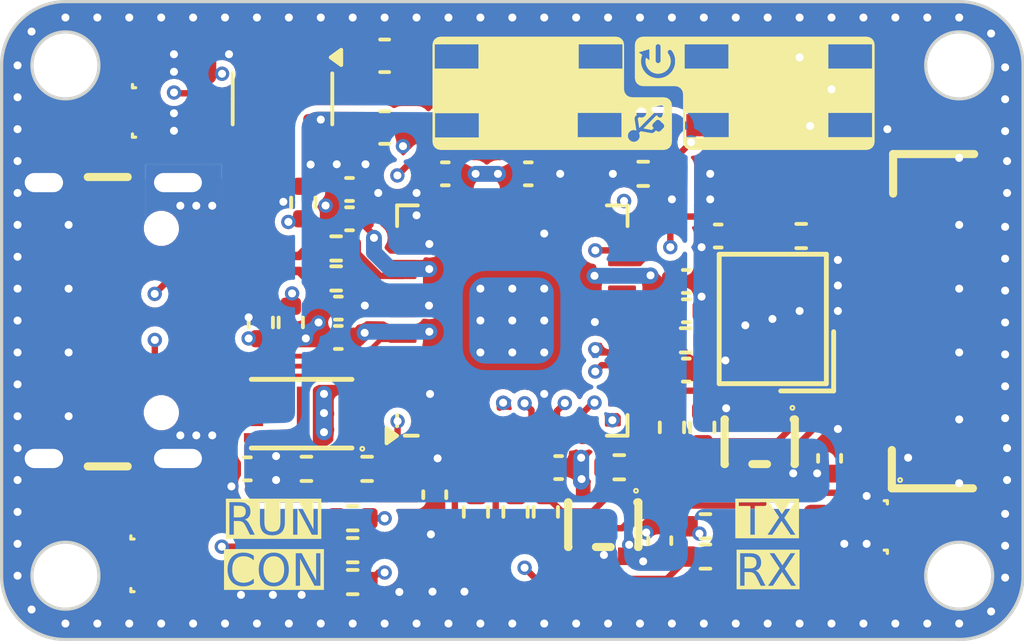
<source format=kicad_pcb>
(kicad_pcb (version 20240108) (generator "pcbnew") (generator_version "8.0")
  (title_block (title "RP2040-DebugProbe-0010") (date "2023-12-07") (rev "1.0") (company "(c) 2023 Andriy Golovnya") (comment 1 "RP2040 based Debug Probe") (comment 2 "Designed in Germany"))
  (layers (0 "F.Cu" signal) (1 "In1.Cu" power) (2 "In2.Cu" mixed) (31 "B.Cu" power) (34 "B.Paste" user) (35 "F.Paste" user) (36 "B.SilkS" user "B.Silkscreen") (37 "F.SilkS" user "F.Silkscreen") (38 "B.Mask" user) (39 "F.Mask" user) (44 "Edge.Cuts" user))
  (net 0 "")
  (net 1 "+3V3")
  (net 2 "GND")
  (net 3 "+1V1")
  (net 4 "+5V")
  (net 22 "/XIN")
  (net 23 "/XOUT")
  (net 24 "QSPI_SS")
  (net 25 "QSPI_SD3")
  (net 26 "QSPI_SD0")
  (net 27 "QSPI_SD2")
  (net 28 "QSPI_CLK")
  (net 29 "/CC2")
  (net 30 "/CC1")
  (net 33 "/ROUT")
  (net 34 "QSPI_SD1")
  (net 39 "USB_PORT_DN")
  (net 40 "USB_PORT_DP")
  (net 41 "BOOTSELECT")
  (net 42 "HOST_RESET")
  (net 43 "USB_HOST_DP")
  (net 44 "USB_HOST_DN")
  (net 46 "CLK_PORT")
  (net 47 "RESET_PORT")
  (net 48 "TX_PORT")
  (net 49 "RX_PORT")
  (net 50 "DIO_PORT")
  (net 51 "/RX")
  (net 52 "/DIO")
  (net 53 "GPIO4")
  (net 54 "GPIO6")
  (net 55 "GPIO14")
  (net 56 "GPIO12")
  (net 57 "GPIO10")
  (net 58 "GPIO8")
  (net 59 "GPIO5")
  (net 60 "GPIO16")
  (net 61 "GPIO13")
  (net 62 "GPIO2")
  (net 63 "GPIO7")
  (net 64 "GPIO15")
  (net 67 "/RX_LED")
  (net 68 "/TX_LED")
  (net 69 "/ACT_LED")
  (net 70 "/CON_LED")
  (net 71 "/RUN_LED")
  (net 72 "/PWR_LED")
  (footprint "Capacitor_SMD:C_0402_1005Metric" (layer "F.Cu") (at 139.62 116.9 90)
    (property "Reference" "C1" (hide yes))
    (property "Value" "100nF" (hide yes))
  )
  (footprint "Capacitor_SMD:C_0603_1608Metric" (layer "F.Cu") (at 131 101.7)
    (property "Reference" "C15" (hide yes))
    (property "Value" "22uF" (hide yes))
  )
  (footprint "Resistor_SMD:R_0402_1005Metric" (layer "F.Cu") (at 128.55 114.65)
    (property "Reference" "R20" (hide yes))
    (property "Value" "10k" (hide yes))
  )
  (footprint "Resistor_SMD:R_0402_1005Metric" (layer "F.Cu") (at 133.86 116 90)
    (property "Reference" "R15" (hide yes))
    (property "Value" "100R" (hide yes))
  )
  (footprint "Resistor_SMD:R_0402_1005Metric" (layer "F.Cu") (at 140 113.35 90)
    (property "Reference" "R16" (hide yes))
    (property "Value" "100R" (hide yes))
  )
  (footprint "Resistor_SMD:R_0402_1005Metric" (layer "F.Cu") (at 138.35 114.6 180)
    (property "Reference" "R17" (hide yes))
    (property "Value" "100R" (hide yes))
  )
  (footprint "Resistor_SMD:R_0402_1005Metric" (layer "F.Cu") (at 141.05 116.45)
    (property "Reference" "R2" (hide yes))
    (property "Value" "470" (hide yes))
  )
  (footprint "Capacitor_SMD:C_0402_1005Metric" (layer "F.Cu") (at 135.5 105.4 180)
    (property "Reference" "C3" (hide yes))
    (property "Value" "100nF" (hide yes))
  )
  (footprint "Resistor_SMD:R_0402_1005Metric" (layer "F.Cu") (at 127.12 110.06 90)
    (property "Reference" "R11" (hide yes))
    (property "Value" "5k1" (hide yes))
  )
  (footprint "Resistor_SMD:R_0402_1005Metric" (layer "F.Cu") (at 128.06 110.06 -90)
    (property "Reference" "R10" (hide yes))
    (property "Value" "5k1" (hide yes))
  )
  (footprint "Resistor_SMD:R_0402_1005Metric" (layer "F.Cu") (at 140.95 113.35 90)
    (property "Reference" "R13" (hide yes))
    (property "Value" "100R" (hide yes))
  )
  (footprint "Package_DFN_QFN:QFN-56-1EP_7x7mm_P0.4mm_EP3.2x3.2mm" (layer "F.Cu") (at 135 110 90)
    (property "Reference" "U2" (hide yes))
    (property "Value" "RP2040" (hide yes))
  )
  (footprint "JLCPCB:LED_0603_1608Metric" (layer "F.Cu") (at 124.5 102.1)
    (property "Reference" "D2" (hide yes))
    (property "Value" "RED" (hide yes))
  )
  (footprint "JLCPCB:CONN-TH_SM08B-SRSS-TB-LF-SN" (layer "F.Cu") (at 148.75 110 90)
    (property "Reference" "J2" (hide yes))
    (property "Value" "Conn_01x08_MountingPin" (hide yes))
  )
  (footprint "JLCPCB:LED_0603_1608Metric" (layer "F.Cu") (at 124.5 103.65)
    (property "Reference" "D5" (hide yes))
    (property "Value" "RED" (hide yes))
  )
  (footprint "Package_TO_SOT_SMD:SOT-23-5" (layer "F.Cu") (at 127.8 103.05 -90)
    (property "Reference" "U1" (hide yes))
    (property "Value" "AP2112K-3.3" (hide yes))
  )
  (footprint "Resistor_SMD:R_0402_1005Metric" (layer "F.Cu") (at 130 118.2 180)
    (property "Reference" "R4" (hide yes))
    (property "Value" "470" (hide yes))
  )
  (footprint "Resistor_SMD:R_0402_1005Metric" (layer "F.Cu") (at 139.1 105.4)
    (property "Reference" "R19" (hide yes))
    (property "Value" "10k" (hide yes))
  )
  (footprint "JLCPCB:USON-8_L3.0-W2.0-P0.50-BL-EP" (layer "F.Cu") (at 128.4 112.92 90)
    (property "Reference" "U4" (hide yes))
    (property "Value" "W25Q16JVUXIQ" (hide yes))
  )
  (footprint "Resistor_SMD:R_0402_1005Metric" (layer "F.Cu") (at 129.48 108.68 180)
    (property "Reference" "R24" (hide yes))
    (property "Value" "27R" (hide yes))
  )
  (footprint "Capacitor_SMD:C_0402_1005Metric" (layer "F.Cu") (at 144.94 114.32 90)
    (property "Reference" "C16" (hide yes))
    (property "Value" "100nF" (hide yes))
  )
  (footprint "Resistor_SMD:R_0402_1005Metric" (layer "F.Cu") (at 141.05 117.4)
    (property "Reference" "R1" (hide yes))
    (property "Value" "470" (hide yes))
  )
  (footprint "JLCPCB:USB-C-SMD_TYPE-C-6PIN-2MD-073" (layer "F.Cu") (at 122.7 110 -90)
    (property "Reference" "J10" (hide yes))
    (property "Value" "CONN_USB" (hide yes))
  )
  (footprint "Resistor_SMD:R_0402_1005Metric" (layer "F.Cu") (at 129.48 107.74 180)
    (property "Reference" "R25" (hide yes))
    (property "Value" "27R" (hide yes))
  )
  (footprint "JLCPCB:SW-SMD_4P-L4.2-W3.3-P2.15-LS5.1" (layer "F.Cu") (at 135.5 102.8 180)
    (property "Reference" "U5" (hide yes))
    (property "Value" "TS-1089S-02526" (hide yes))
  )
  (footprint "Resistor_SMD:R_0402_1005Metric" (layer "F.Cu") (at 128.45 106.3 -90)
    (property "Reference" "R6" (hide yes))
    (property "Value" "470" (hide yes))
  )
  (footprint "Resistor_SMD:R_0402_1005Metric" (layer "F.Cu") (at 135.1 116 90)
    (property "Reference" "R14" (hide yes))
    (property "Value" "100R" (hide yes))
  )
  (footprint "Capacitor_SMD:C_0402_1005Metric" (layer "F.Cu") (at 132.57 115.46 -90)
    (property "Reference" "C8" (hide yes))
    (property "Value" "2u2" (hide yes))
  )
  (footprint "Capacitor_SMD:C_0402_1005Metric" (layer "F.Cu") (at 129.55 110.53 180)
    (property "Reference" "C7" (hide yes))
    (property "Value" "100nF" (hide yes))
  )
  (footprint "JLCPCB:CRYSTAL-SMD_4P-L3.2-W2.5-BL" (layer "F.Cu") (at 143.16 109.95 90)
    (property "Reference" "Y1" (hide yes))
    (property "Value" "12MHz" (hide yes))
  )
  (footprint "Capacitor_SMD:C_0402_1005Metric" (layer "F.Cu") (at 126.7 114.65 180)
    (property "Reference" "C6" (hide yes))
    (property "Value" "100nF" (hide yes))
  )
  (footprint "Capacitor_SMD:C_0402_1005Metric" (layer "F.Cu") (at 140.45 111.5542)
    (property "Reference" "C19" (hide yes))
    (property "Value" "15pF" (hide yes))
  )
  (footprint "Resistor_SMD:R_0402_1005Metric" (layer "F.Cu") (at 140.43 110.62)
    (property "Reference" "R12" (hide yes))
    (property "Value" "1K" (hide yes))
  )
  (footprint "Pixel:USB 1-3mm" (layer "F.Cu") (at 139.2 103.83)
    (property "Reference" "G***" (hide yes))
    (property "Value" "LOGO" (hide yes))
  )
  (footprint "Capacitor_SMD:C_0402_1005Metric" (layer "F.Cu") (at 141.45 107.35 180)
    (property "Reference" "C20" (hide yes))
    (property "Value" "15pF" (hide yes))
  )
  (footprint "Capacitor_SMD:C_0402_1005Metric" (layer "F.Cu") (at 132.9 105.4)
    (property "Reference" "C4" (hide yes))
    (property "Value" "2u2" (hide yes))
  )
  (footprint "Resistor_SMD:R_0402_1005Metric" (layer "F.Cu") (at 130.45 114.65)
    (property "Reference" "R7" (hide yes))
    (property "Value" "100R" (hide yes))
  )
  (footprint "JLCPCB:LED_0603_1608Metric" (layer "F.Cu") (at 124.45 117.9)
    (property "Reference" "D6" (hide yes))
    (property "Value" "GREEN" (hide yes))
  )
  (footprint "Resistor_SMD:R_0402_1005Metric" (layer "F.Cu") (at 130 116.2 180)
    (property "Reference" "R5" (hide yes))
    (property "Value" "470" (hide yes))
  )
  (footprint "Capacitor_SMD:C_0402_1005Metric" (layer "F.Cu") (at 129.9 106.81 180)
    (property "Reference" "C9" (hide yes))
    (property "Value" "2u2" (hide yes))
  )
  (footprint "Pixel:Restart 1-3mm" (layer "F.Cu") (at 139.55 101.85)
    (property "Reference" "G***" (hide yes))
    (property "Value" "LOGO" (hide yes))
  )
  (footprint "JLCPCB:SW-SMD_4P-L4.2-W3.3-P2.15-LS5.1" (layer "F.Cu") (at 143.35 102.8 180)
    (property "Reference" "U8" (hide yes))
    (property "Value" "TS-1089S-02526" (hide yes))
  )
  (footprint "Capacitor_SMD:C_0402_1005Metric" (layer "F.Cu") (at 140.45 108.7742)
    (property "Reference" "C18" (hide yes))
    (property "Value" "100nF" (hide yes))
  )
  (footprint "JLCPCB:LED_0603_1608Metric" (layer "F.Cu") (at 145.35 117.8 180)
    (property "Reference" "D1" (hide yes))
    (property "Value" "GREEN" (hide yes))
  )
  (footprint "Capacitor_SMD:C_0402_1005Metric" (layer "F.Cu") (at 129.9 105.89 180)
    (property "Reference" "C11" (hide yes))
    (property "Value" "2u2" (hide yes))
  )
  (footprint "Capacitor_SMD:C_0603_1608Metric" (layer "F.Cu") (at 131 103.95)
    (property "Reference" "C14" (hide yes))
    (property "Value" "22uF" (hide yes))
  )
  (footprint "JLCPCB:LED_0603_1608Metric" (layer "F.Cu") (at 124.45 116.25)
    (property "Reference" "D7" (hide yes))
    (property "Value" "YELLOW" (hide yes))
  )
  (footprint "JLCPCB:LED_0603_1608Metric" (layer "F.Cu") (at 145.35 116.25 180)
    (property "Reference" "D4" (hide yes))
    (property "Value" "YELLOW" (hide yes))
  )
  (footprint "Capacitor_SMD:C_0402_1005Metric" (layer "F.Cu") (at 136.45 114.61)
    (property "Reference" "C10" (hide yes))
    (property "Value" "100nF" (hide yes))
  )
  (footprint "JLCPCB:TSSOP-5_L2.1-W1.3-P0.65-LS2.2-BR" (layer "F.Cu") (at 137.85 116.4 90)
    (property "Reference" "U3" (hide yes))
    (property "Value" "74AUP1T17GWH" (hide yes))
  )
  (footprint "Resistor_SMD:R_0402_1005Metric" (layer "F.Cu") (at 130 117.2 180)
    (property "Reference" "R3" (hide yes))
    (property "Value" "470" (hide yes))
  )
  (footprint "JLCPCB:TSSOP-5_L2.1-W1.3-P0.65-LS2.2-BR" (layer "F.Cu") (at 142.75 113.8 90)
    (property "Reference" "U6" (hide yes))
    (property "Value" "74AUP1T17GWH" (hide yes))
  )
  (footprint "Resistor_SMD:R_0402_1005Metric" (layer "F.Cu") (at 136.05 116 90)
    (property "Reference" "R9" (hide yes))
    (property "Value" "100R" (hide yes))
  )
  (footprint "Resistor_SMD:R_0402_1005Metric" (layer "F.Cu") (at 144.05 107.35 180)
    (property "Reference" "R18" (hide yes))
    (property "Value" "100R" (hide yes))
  )
  (footprint "Capacitor_SMD:C_0402_1005Metric" (layer "F.Cu") (at 140.45 109.6942)
    (property "Reference" "C2" (hide yes))
    (property "Value" "100nF" (hide yes))
  )
  (footprint "Capacitor_SMD:C_0402_1005Metric" (layer "F.Cu") (at 129.55 109.61 180)
    (property "Reference" "C17" (hide yes))
    (property "Value" "100nF" (hide yes))
  )
  (gr_arc (start 149 100) (mid 150.414214 100.585786) (end 151 102) (stroke (width 0.1)) (layer "Edge.Cuts"))
  (gr_line (start 121 120) (end 149 120) (stroke (width 0.1)) (layer "Edge.Cuts"))
  (gr_arc (start 119 102) (mid 119.585786 100.585786) (end 121 100) (stroke (width 0.1)) (layer "Edge.Cuts"))
  (gr_circle (center 149 102) (end 147.95 102) (stroke (width 0.1)) (fill none) (layer "Edge.Cuts"))
  (gr_line (start 119 102) (end 119 118) (stroke (width 0.1)) (layer "Edge.Cuts"))
  (gr_circle (center 149 118) (end 149 116.95) (stroke (width 0.1)) (fill none) (layer "Edge.Cuts"))
  (gr_circle (center 121 102) (end 121 103.05) (stroke (width 0.1)) (fill none) (layer "Edge.Cuts"))
  (gr_line (start 151 118) (end 151 102) (stroke (width 0.1)) (layer "Edge.Cuts"))
  (gr_arc (start 151 118) (mid 150.414214 119.414214) (end 149 120) (stroke (width 0.1)) (layer "Edge.Cuts"))
  (gr_arc (start 121 120) (mid 119.585786 119.414214) (end 119 118) (stroke (width 0.1)) (layer "Edge.Cuts"))
  (gr_circle (center 121 118) (end 122.05 118) (stroke (width 0.1)) (fill none) (layer "Edge.Cuts"))
  (gr_line (start 149 100) (end 121 100) (stroke (width 0.1)) (layer "Edge.Cuts"))
  (gr_text "RUN" (at 126 116.3 0) (layer "F.SilkS" knockout) (effects (font (size 1 1) (thickness 0.153)) (justify left)))
  (gr_text "CON" (at 126 117.9 0) (layer "F.SilkS" knockout) (effects (font (size 1 1) (thickness 0.153)) (justify left)))
  (gr_text "RX" (at 142 117.9 0) (layer "F.SilkS" knockout) (effects (font (size 1 1) (thickness 0.153)) (justify left)))
  (gr_text "TX" (at 142.1 116.3 0) (layer "F.SilkS" knockout) (effects (font (size 1 1) (thickness 0.153)) (justify left)))
  (segment (start 136 106.5625) (end 136 105.42) (width 0.2) (layer "F.Cu") (net 1))
  (segment (start 126.975 113.65) (end 126.975 114.445) (width 0.2) (layer "F.Cu") (net 1))
  (segment (start 127.18 114.65) (end 128.04 114.65) (width 0.2) (layer "F.Cu") (net 1))
  (segment (start 143.8 114.790602) (end 144.55 114.790602) (width 0.5) (layer "F.Cu") (net 1))
  (segment (start 139.8642 109.8) (end 139.97 109.6942) (width 0.2) (layer "F.Cu") (net 1))
  (segment (start 136 113.4375) (end 136 114.58) (width 0.2) (layer "F.Cu") (net 1))
  (segment (start 130.38 109.53) (end 130.11 109.53) (width 0.5) (layer "F.Cu") (net 1))
  (segment (start 143.410401 114.790602) (end 143.8 114.790602) (width 0.5) (layer "F.Cu") (net 1))
  (segment (start 135.98 105.4) (end 136.5 105.4) (width 0.2) (layer "F.Cu") (net 1))
  (segment (start 136.5 105.4) (end 138.15 105.4) (width 0.2) (layer "F.Cu") (net 1))
  (segment (start 136 105.42) (end 135.98 105.4) (width 0.2) (layer "F.Cu") (net 1))
  (segment (start 126.975 114.445) (end 127.18 114.65) (width 0.2) (layer "F.Cu") (net 1))
  (segment (start 144.930602 114.790602) (end 144.94 114.8) (width 0.5) (layer "F.Cu") (net 1))
  (segment (start 138.510401 117.180719) (end 138.510401 117.390602) (width 0.127) (layer "F.Cu") (net 1))
  (segment (start 132.42 105.4) (end 132.4 105.42) (width 0.2) (layer "F.Cu") (net 1))
  (segment (start 136 114.58) (end 135.97 114.61) (width 0.2) (layer "F.Cu") (net 1))
  (segment (start 144.55 114.790602) (end 144.930602 114.790602) (width 0.5) (layer "F.Cu") (net 1))
  (segment (start 138.660934 117.030186) (end 138.510401 117.180719) (width 0.127) (layer "F.Cu") (net 1))
  (segment (start 130.11 109.53) (end 130.03 109.61) (width 0.5) (layer "F.Cu") (net 1))
  (segment (start 132.4 105.42) (end 132.4 106.5625) (width 0.2) (layer "F.Cu") (net 1))
  (segment (start 138.4375 109.8) (end 139.8642 109.8) (width 0.2) (layer "F.Cu") (net 1))
  (segment (start 138.15 105.4) (end 138.59 105.4) (width 0.2) (layer "F.Cu") (net 1))
  (via (at 129.5 105.1) (size 0.45) (drill 0.25) (layers "F.Cu" "B.Cu") (net 1))
  (via (at 137.586234 110.046739) (size 0.45) (drill 0.25) (layers "F.Cu" "B.Cu") (net 1))
  (via (at 136 112.3) (size 0.45) (drill 0.25) (layers "F.Cu" "B.Cu") (net 1))
  (via (at 138.15 105.4) (size 0.45) (drill 0.25) (layers "F.Cu" "B.Cu") (net 1))
  (via (at 130.8 106) (size 0.45) (drill 0.25) (layers "F.Cu" "B.Cu") (net 1))
  (via (at 128.68138 105.10931) (size 0.45) (drill 0.25) (layers "F.Cu" "B.Cu") (net 1))
  (via (at 132.39 109.53) (size 0.45) (drill 0.25) (layers "F.Cu" "B.Cu") (net 1))
  (via (at 144.55 114.790602) (size 0.45) (drill 0.25) (layers "F.Cu" "B.Cu") (net 1))
  (via (at 130.38 109.53) (size 0.45) (drill 0.25) (layers "F.Cu" "B.Cu") (net 1))
  (via (at 136.5 105.4) (size 0.45) (drill 0.25) (layers "F.Cu" "B.Cu") (net 1))
  (via (at 132.66 114.32) (size 0.45) (drill 0.25) (layers "F.Cu" "B.Cu") (net 1))
  (via (at 139.1 117.55) (size 0.45) (drill 0.25) (layers "F.Cu" "B.Cu") (net 1))
  (via (at 132 106.7) (size 0.45) (drill 0.25) (layers "F.Cu" "B.Cu") (net 1))
  (via (at 132.422328 112.302516) (size 0.45) (drill 0.25) (layers "F.Cu" "B.Cu") (net 1))
  (via (at 138.660934 117.030186) (size 0.45) (drill 0.25) (layers "F.Cu" "B.Cu") (net 1))
  (via (at 130.4 105.1) (size 0.45) (drill 0.25) (layers "F.Cu" "B.Cu") (net 1))
  (via (at 132 106) (size 0.45) (drill 0.25) (layers "F.Cu" "B.Cu") (net 1))
  (via (at 143.8 114.790602) (size 0.45) (drill 0.25) (layers "F.Cu" "B.Cu") (net 1))
  (via (at 136 107.272509) (size 0.45) (drill 0.25) (layers "F.Cu" "B.Cu") (net 1))
  (via (at 127.6 115) (size 0.45) (drill 0.25) (layers "F.Cu" "B.Cu") (net 1))
  (via (at 129 103.7) (size 0.45) (drill 0.25) (layers "F.Cu" "B.Cu") (net 1))
  (via (at 140 106.2) (size 0.45) (drill 0.25) (layers "F.Cu" "B.Cu") (net 1))
  (via (at 127.6 114.25) (size 0.45) (drill 0.25) (layers "F.Cu" "B.Cu") (net 1))
  (via (at 132.4 107.6) (size 0.45) (drill 0.25) (layers "F.Cu" "B.Cu") (net 1))
  (segment (start 132.39 109.53) (end 130.38 109.53) (width 0.5) (layer "B.Cu") (net 1))
  (segment (start 128.15 110.514353) (end 128.094353 110.57) (width 0.2) (layer "F.Cu") (net 2))
  (segment (start 128.094353 110.57) (end 128.06 110.57) (width 0.2) (layer "F.Cu") (net 2))
  (segment (start 123.6625 103.7) (end 123.7125 103.65) (width 0.2) (layer "F.Cu") (net 2))
  (segment (start 141.805863 111.5542) (end 142.309987 111.050076) (width 0.2) (layer "F.Cu") (net 2))
  (segment (start 140.93 107.7) (end 140.93 107.39) (width 0.2) (layer "F.Cu") (net 2))
  (segment (start 140.97 107.35) (end 140.93 107.39) (width 0.2) (layer "F.Cu") (net 2))
  (segment (start 140.93 108.7742) (end 140.93 109.6942) (width 0.2) (layer "F.Cu") (net 2))
  (segment (start 140.93 107.39) (end 140.93 108.7742) (width 0.2) (layer "F.Cu") (net 2))
  (segment (start 140.93 111.5542) (end 141.805863 111.5542) (width 0.2) (layer "F.Cu") (net 2))
  (segment (start 123.4 103.7) (end 123.6625 103.7) (width 0.2) (layer "F.Cu") (net 2))
  (via (at 150.43934 110.06066) (size 0.45) (drill 0.25) (layers "F.Cu" "B.Cu") (net 2))
  (via (at 119.93934 119.06066) (size 0.45) (drill 0.25) (layers "F.Cu" "B.Cu") (net 2))
  (via (at 138 100.5) (size 0.45) (drill 0.25) (layers "F.Cu" "B.Cu") (net 2))
  (via (at 125.6 113.6) (size 0.45) (drill 0.25) (layers "F.Cu" "B.Cu") (net 2))
  (via (at 132 100.5) (size 0.45) (drill 0.25) (layers "F.Cu" "B.Cu") (net 2))
  (via (at 139 100.5) (size 0.45) (drill 0.25) (layers "F.Cu" "B.Cu") (net 2))
  (via (at 147.4 114.3) (size 0.45) (drill 0.25) (layers "F.Cu" "B.Cu") (net 2))
  (via (at 131.46 118.51) (size 0.45) (drill 0.25) (layers "F.Cu" "B.Cu") (net 2))
  (via (at 119.5 114) (size 0.45) (drill 0.25) (layers "F.Cu" "B.Cu") (net 2))
  (via (at 119.5 113) (size 0.45) (drill 0.25) (layers "F.Cu" "B.Cu") (net 2))
  (via (at 125.1 106.4) (size 0.45) (drill 0.25) (layers "F.Cu" "B.Cu") (net 2))
  (via (at 123 119.5) (size 0.45) (drill 0.25) (layers "F.Cu" "B.Cu") (net 2))
  (via (at 128 119.5) (size 0.45) (drill 0.25) (layers "F.Cu" "B.Cu") (net 2))
  (via (at 150 101) (size 0.45) (drill 0.25) (layers "F.Cu" "B.Cu") (net 2))
  (via (at 131 119.5) (size 0.45) (drill 0.25) (layers "F.Cu" "B.Cu") (net 2))
  (via (at 129 119.5) (size 0.45) (drill 0.25) (layers "F.Cu" "B.Cu") (net 2))
  (via (at 137.6 110.9) (size 0.45) (drill 0.25) (layers "F.Cu" "B.Cu") (net 2))
  (via (at 147 119.5) (size 0.45) (drill 0.25) (layers "F.Cu" "B.Cu") (net 2))
  (via (at 136 111) (size 0.45) (drill 0.25) (layers "F.Cu" "B.Cu") (net 2))
  (via (at 150.43934 116.06066) (size 0.45) (drill 0.25) (layers "F.Cu" "B.Cu") (net 2))
  (via (at 138.135198 113.125) (size 0.45) (drill 0.25) (layers "F.Cu" "B.Cu") (net 2))
  (via (at 138.5 106.25) (size 0.45) (drill 0.25) (layers "F.Cu" "B.Cu") (net 2))
  (via (at 133.5 118.5) (size 0.45) (drill 0.25) (layers "F.Cu" "B.Cu") (net 2))
  (via (at 143.15 109.95) (size 0.45) (drill 0.25) (layers "F.Cu" "B.Cu") (net 2))
  (via (at 139 119.5) (size 0.45) (drill 0.25) (layers "F.Cu" "B.Cu") (net 2))
  (via (at 146.1 117) (size 0.45) (drill 0.25) (layers "F.Cu" "B.Cu") (net 2))
  (via (at 142.3 110.15) (size 0.45) (drill 0.25) (layers "F.Cu" "B.Cu") (net 2))
  (via (at 127 100.5) (size 0.45) (drill 0.25) (layers "F.Cu" "B.Cu") (net 2))
  (via (at 124 119.5) (size 0.45) (drill 0.25) (layers "F.Cu" "B.Cu") (net 2))
  (via (at 144 119.5) (size 0.45) (drill 0.25) (layers "F.Cu" "B.Cu") (net 2))
  (via (at 129.1 112.9) (size 0.45) (drill 0.25) (layers "F.Cu" "B.Cu") (net 2))
  (via (at 140.93 107.7) (size 0.45) (drill 0.25) (layers "F.Cu" "B.Cu") (net 2))
  (via (at 145 119.5) (size 0.45) (drill 0.25) (layers "F.Cu" "B.Cu") (net 2))
  (via (at 145.2 108.9) (size 0.45) (drill 0.25) (layers "F.Cu" "B.Cu") (net 2))
  (via (at 119.5 115) (size 0.45) (drill 0.25) (layers "F.Cu" "B.Cu") (net 2))
  (via (at 146 119.5) (size 0.45) (drill 0.25) (layers "F.Cu" "B.Cu") (net 2))
  (via (at 149 113.1) (size 0.45) (drill 0.25) (layers "F.Cu" "B.Cu") (net 2))
  (via (at 146 100.5) (size 0.45) (drill 0.25) (layers "F.Cu" "B.Cu") (net 2))
  (via (at 149 119.5) (size 0.45) (drill 0.25) (layers "F.Cu" "B.Cu") (net 2))
  (via (at 123 100.5) (size 0.45) (drill 0.25) (layers "F.Cu" "B.Cu") (net 2))
  (via (at 135 119.5) (size 0.45) (drill 0.25) (layers "F.Cu" "B.Cu") (net 2))
  (via (at 137 119.5) (size 0.45) (drill 0.25) (layers "F.Cu" "B.Cu") (net 2))
  (via (at 141 119.5) (size 0.45) (drill 0.25) (layers "F.Cu" "B.Cu") (net 2))
  (via (at 134 109) (size 0.45) (drill 0.25) (layers "F.Cu" "B.Cu") (net 2))
  (via (at 128.4 118.6) (size 0.45) (drill 0.25) (layers "F.Cu" "B.Cu") (net 2))
  (via (at 129.15 106.394373) (size 0.45) (drill 0.25) (layers "F.Cu" "B.Cu") (net 2))
  (via (at 134 110) (size 0.45) (drill 0.25) (layers "F.Cu" "B.Cu") (net 2))
  (via (at 139.196203 116.646261) (size 0.45) (drill 0.25) (layers "F.Cu" "B.Cu") (net 2))
  (via (at 126.125 101.65) (size 0.45) (drill 0.25) (layers "F.Cu" "B.Cu") (net 2))
  (via (at 150.5 106) (size 0.45) (drill 0.25) (layers "F.Cu" "B.Cu") (net 2))
  (via (at 150.43934 107.06066) (size 0.45) (drill 0.25) (layers "F.Cu" "B.Cu") (net 2))
  (via (at 136 110) (size 0.45) (drill 0.25) (layers "F.Cu" "B.Cu") (net 2))
  (via (at 150.43934 118.06066) (size 0.45) (drill 0.25) (layers "F.Cu" "B.Cu") (net 2))
  (via (at 136 100.5) (size 0.45) (drill 0.25) (layers "F.Cu" "B.Cu") (net 2))
  (via (at 149 104.9) (size 0.45) (drill 0.25) (layers "F.Cu" "B.Cu") (net 2))
  (via (at 128.53 110.56) (size 0.45) (drill 0.25) (layers "F.Cu" "B.Cu") (net 2))
  (via (at 150.43934 109.06066) (size 0.45) (drill 0.25) (layers "F.Cu" "B.Cu") (net 2))
  (via (at 124.4 104.05) (size 0.45) (drill 0.25) (layers "F.Cu" "B.Cu") (net 2))
  (via (at 131 100.5) (size 0.45) (drill 0.25) (layers "F.Cu" "B.Cu") (net 2))
  (via (at 119.5 110) (size 0.45) (drill 0.25) (layers "F.Cu" "B.Cu") (net 2))
  (via (at 150.43934 111.06066) (size 0.45) (drill 0.25) (layers "F.Cu" "B.Cu") (net 2))
  (via (at 148 100.5) (size 0.45) (drill 0.25) (layers "F.Cu" "B.Cu") (net 2))
  (via (at 121.1 107) (size 0.45) (drill 0.25) (layers "F.Cu" "B.Cu") (net 2))
  (via (at 150.43934 102.06066) (size 0.45) (drill 0.25) (layers "F.Cu" "B.Cu") (net 2))
  (via (at 124.6 106.4) (size 0.45) (drill 0.25) (layers "F.Cu" "B.Cu") (net 2))
  (via (at 129.1 112.3) (size 0.45) (drill 0.25) (layers "F.Cu" "B.Cu") (net 2))
  (via (at 121.1 111) (size 0.45) (drill 0.25) (layers "F.Cu" "B.Cu") (net 2))
  (via (at 135 109) (size 0.45) (drill 0.25) (layers "F.Cu" "B.Cu") (net 2))
  (via (at 138 119.5) (size 0.45) (drill 0.25) (layers "F.Cu" "B.Cu") (net 2))
  (via (at 132.5 118.5) (size 0.45) (drill 0.25) (layers "F.Cu" "B.Cu") (net 2))
  (via (at 132 119.5) (size 0.45) (drill 0.25) (layers "F.Cu" "B.Cu") (net 2))
  (via (at 137 100.5) (size 0.45) (drill 0.25) (layers "F.Cu" "B.Cu") (net 2))
  (via (at 149 111) (size 0.45) (drill 0.25) (layers "F.Cu" "B.Cu") (net 2))
  (via (at 137.156903 114.3) (size 0.45) (drill 0.25) (layers "F.Cu" "B.Cu") (net 2))
  (via (at 130 119.5) (size 0.45) (drill 0.25) (layers "F.Cu" "B.Cu") (net 2))
  (via (at 144 100.5) (size 0.45) (drill 0.25) (layers "F.Cu" "B.Cu") (net 2))
  (via (at 145.2 109.7) (size 0.45) (drill 0.25) (layers "F.Cu" "B.Cu") (net 2))
  (via (at 125.1 113.6) (size 0.45) (drill 0.25) (layers "F.Cu" "B.Cu") (net 2))
  (via (at 150.43934 112.06066) (size 0.45) (drill 0.25) (layers "F.Cu" "B.Cu") (net 2))
  (via (at 119.5 104) (size 0.45) (drill 0.25) (layers "F.Cu" "B.Cu") (net 2))
  (via (at 119.5 118) (size 0.45) (drill 0.25) (layers "F.Cu" "B.Cu") (net 2))
  (via (at 124.399857 103.500327) (size 0.45) (drill 0.25) (layers "F.Cu" "B.Cu") (net 2))
  (via (at 119.5 106) (size 0.45) (drill 0.25) (layers "F.Cu" "B.Cu") (net 2))
  (via (at 140.93 109.25) (size 0.45) (drill 0.25) (layers "F.Cu" "B.Cu") (net 2))
  (via (at 119.5 105) (size 0.45) (drill 0.25) (layers "F.Cu" "B.Cu") (net 2))
  (via (at 121 119.5) (size 0.45) (drill 0.25) (layers "F.Cu" "B.Cu") (net 2))
  (via (at 119.5 107) (size 0.45) (drill 0.25) (layers "F.Cu" "B.Cu") (net 2))
  (via (at 149 100.5) (size 0.45) (drill 0.25) (layers "F.Cu" "B.Cu") (net 2))
  (via (at 119.5 117) (size 0.45) (drill 0.25) (layers "F.Cu" "B.Cu") (net 2))
  (via (at 144 101.75) (size 0.45) (drill 0.25) (layers "F.Cu" "B.Cu") (net 2))
  (via (at 125 100.5) (size 0.45) (drill 0.25) (layers "F.Cu" "B.Cu") (net 2))
  (via (at 133 100.5) (size 0.45) (drill 0.25) (layers "F.Cu" "B.Cu") (net 2))
  (via (at 125 119.5) (size 0.45) (drill 0.25) (layers "F.Cu" "B.Cu") (net 2))
  (via (at 119.5 103) (size 0.45) (drill 0.25) (layers "F.Cu" "B.Cu") (net 2))
  (via (at 141 100.5) (size 0.45) (drill 0.25) (layers "F.Cu" "B.Cu") (net 2))
  (via (at 142 119.5) (size 0.45) (drill 0.25) (layers "F.Cu" "B.Cu") (net 2))
  (via (at 121.1 109) (size 0.45) (drill 0.25) (layers "F.Cu" "B.Cu") (net 2))
  (via (at 130 100.5) (size 0.45) (drill 0.25) (layers "F.Cu" "B.Cu") (net 2))
  (via (at 124.399691 102.200327) (size 0.45) (drill 0.25) (layers "F.Cu" "B.Cu") (net 2))
  (via (at 134 100.5) (size 0.45) (drill 0.25) (layers "F.Cu" "B.Cu") (net 2))
  (via (at 127.5 118.6) (size 0.45) (drill 0.25) (layers "F.Cu" "B.Cu") (net 2))
  (via (at 127 119.5) (size 0.45) (drill 0.25) (layers "F.Cu" "B.Cu") (net 2))
  (via (at 132.449609 116.703232) (size 0.45) (drill 0.25) (layers "F.Cu" "B.Cu") (net 2))
  (via (at 122 119.5) (size 0.45) (drill 0.25) (layers "F.Cu" "B.Cu") (net 2))
  (via (at 149 109) (size 0.45) (drill 0.25) (layers "F.Cu" "B.Cu") (net 2))
  (via (at 121.1 113) (size 0.45) (drill 0.25) (layers "F.Cu" "B.Cu") (net 2))
  (via (at 150.43934 113.06066) (size 0.45) (drill 0.25) (layers "F.Cu" "B.Cu") (net 2))
  (via (at 145 100.5) (size 0.45) (drill 0.25) (layers "F.Cu" "B.Cu") (net 2))
  (via (at 144 109.7) (size 0.45) (drill 0.25) (layers "F.Cu" "B.Cu") (net 2))
  (via (at 141.7 112.75) (size 0.45) (drill 0.25) (layers "F.Cu" "B.Cu") (net 2))
  (via (at 143 100.5) (size 0.45) (drill 0.25) (layers "F.Cu" "B.Cu") (net 2))
  (via (at 150.43934 108.06066) (size 0.45) (drill 0.25) (layers "F.Cu" "B.Cu") (net 2))
  (via (at 126 100.5) (size 0.45) (drill 0.25) (layers "F.Cu" "B.Cu") (net 2))
  (via (at 150.43934 117.06066) (size 0.45) (drill 0.25) (layers "F.Cu" "B.Cu") (net 2))
  (via (at 145 102.75) (size 0.45) (drill 0.25) (layers "F.Cu" "B.Cu") (net 2))
  (via (at 149 107) (size 0.45) (drill 0.25) (layers "F.Cu" "B.Cu") (net 2))
  (via (at 121 100.5) (size 0.45) (drill 0.25) (layers "F.Cu" "B.Cu") (net 2))
  (via (at 146.75 104) (size 0.45) (drill 0.25) (layers "F.Cu" "B.Cu") (net 2))
  (via (at 137.87 117.35) (size 0.45) (drill 0.25) (layers "F.Cu" "B.Cu") (net 2))
  (via (at 134.55 105.4) (size 0.45) (drill 0.25) (layers "F.Cu" "B.Cu") (net 2))
  (via (at 147 100.5) (size 0.45) (drill 0.25) (layers "F.Cu" "B.Cu") (net 2))
  (via (at 128.93 110.06) (size 0.45) (drill 0.25) (layers "F.Cu" "B.Cu") (net 2))
  (via (at 133 119.5) (size 0.45) (drill 0.25) (layers "F.Cu" "B.Cu") (net 2))
  (via (at 124 100.5) (size 0.45) (drill 0.25) (layers "F.Cu" "B.Cu") (net 2))
  (via (at 141.2 105.4) (size 0.45) (drill 0.25) (layers "F.Cu" "B.Cu") (net 2))
  (via (at 124.6 113.6) (size 0.45) (drill 0.25) (layers "F.Cu" "B.Cu") (net 2))
  (via (at 126.5 118.6) (size 0.45) (drill 0.25) (layers "F.Cu" "B.Cu") (net 2))
  (via (at 119.5 102) (size 0.45) (drill 0.25) (layers "F.Cu" "B.Cu") (net 2))
  (via (at 129.1 113.5) (size 0.45) (drill 0.25) (layers "F.Cu" "B.Cu") (net 2))
  (via (at 145.4 117) (size 0.45) (drill 0.25) (layers "F.Cu" "B.Cu") (net 2))
  (via (at 150.43934 104.06066) (size 0.45) (drill 0.25) (layers "F.Cu" "B.Cu") (net 2))
  (via (at 150 119.12132) (size 0.45) (drill 0.25) (layers "F.Cu" "B.Cu") (net 2))
  (via (at 122 100.5) (size 0.45) (drill 0.25) (layers "F.Cu" "B.Cu") (net 2))
  (via (at 119.5 111) (size 0.45) (drill 0.25) (layers "F.Cu" "B.Cu") (net 2))
  (via (at 143 119.5) (size 0.45) (drill 0.25) (layers "F.Cu" "B.Cu") (net 2))
  (via (at 140 119.5) (size 0.45) (drill 0.25) (layers "F.Cu" "B.Cu") (net 2))
  (via (at 149 115.1) (size 0.45) (drill 0.25) (layers "F.Cu" "B.Cu") (net 2))
  (via (at 140 100.5) (size 0.45) (drill 0.25) (layers "F.Cu" "B.Cu") (net 2))
  (via (at 133.85 105.4) (size 0.45) (drill 0.25) (layers "F.Cu" "B.Cu") (net 2))
  (via (at 124.400116 101.650325) (size 0.45) (drill 0.25) (layers "F.Cu" "B.Cu") (net 2))
  (via (at 119.5 108) (size 0.45) (drill 0.25) (layers "F.Cu" "B.Cu") (net 2))
  (via (at 134 119.5) (size 0.45) (drill 0.25) (layers "F.Cu" "B.Cu") (net 2))
  (via (at 135 100.5) (size 0.45) (drill 0.25) (layers "F.Cu" "B.Cu") (net 2))
  (via (at 119.93934 100.93934) (size 0.45) (drill 0.25) (layers "F.Cu" "B.Cu") (net 2))
  (via (at 137.17 114.97) (size 0.45) (drill 0.25) (layers "F.Cu" "B.Cu") (net 2))
  (via (at 135 111) (size 0.45) (drill 0.25) (layers "F.Cu" "B.Cu") (net 2))
  (via (at 119.5 109) (size 0.45) (drill 0.25) (layers "F.Cu" "B.Cu") (net 2))
  (via (at 119.5 116) (size 0.45) (drill 0.25) (layers "F.Cu" "B.Cu") (net 2))
  (via (at 136 109) (size 0.45) (drill 0.25) (layers "F.Cu" "B.Cu") (net 2))
  (via (at 145.2 108.1) (size 0.45) (drill 0.25) (layers "F.Cu" "B.Cu") (net 2))
  (via (at 126.74 109.9) (size 0.45) (drill 0.25) (layers "F.Cu" "B.Cu") (net 2))
  (via (at 134 111) (size 0.45) (drill 0.25) (layers "F.Cu" "B.Cu") (net 2))
  (via (at 142 100.5) (size 0.45) (drill 0.25) (layers "F.Cu" "B.Cu") (net 2))
  (via (at 129 100.5) (size 0.45) (drill 0.25) (layers "F.Cu" "B.Cu") (net 2))
  (via (at 131.575152 104.532385) (size 0.45) (drill 0.25) (layers "F.Cu" "B.Cu") (net 2))
  (via (at 134.712463 112.575788) (size 0.45) (drill 0.25) (layers "F.Cu" "B.Cu") (net 2))
  (via (at 136 119.5) (size 0.45) (drill 0.25) (layers "F.Cu" "B.Cu") (net 2))
  (via (at 126.2 115.2) (size 0.45) (drill 0.25) (layers "F.Cu" "B.Cu") (net 2))
  (via (at 150.5 115) (size 0.45) (drill 0.25) (layers "F.Cu" "B.Cu") (net 2))
  (via (at 128 100.5) (size 0.45) (drill 0.25) (layers "F.Cu" "B.Cu") (net 2))
  (via (at 141.675 111.25) (size 0.45) (drill 0.25) (layers "F.Cu" "B.Cu") (net 2))
  (via (at 135 110) (size 0.45) (drill 0.25) (layers "F.Cu" "B.Cu") (net 2))
  (via (at 119.5 112) (size 0.45) (drill 0.25) (layers "F.Cu" "B.Cu") (net 2))
  (via (at 150.5 114) (size 0.45) (drill 0.25) (layers "F.Cu" "B.Cu") (net 2))
  (via (at 150.5 105) (size 0.45) (drill 0.25) (layers "F.Cu" "B.Cu") (net 2))
  (via (at 125.6 106.4) (size 0.45) (drill 0.25) (layers "F.Cu" "B.Cu") (net 2))
  (via (at 141.2 106.2) (size 0.45) (drill 0.25) (layers "F.Cu" "B.Cu") (net 2))
  (via (at 145.2 113.4) (size 0.45) (drill 0.25) (layers "F.Cu" "B.Cu") (net 2))
  (via (at 126 119.5) (size 0.45) (drill 0.25) (layers "F.Cu" "B.Cu") (net 2))
  (via (at 150.43934 103.06066) (size 0.45) (drill 0.25) (layers "F.Cu" "B.Cu") (net 2))
  (via (at 127.82718 106.276677) (size 0.45) (drill 0.25) (layers "F.Cu" "B.Cu") (net 2))
  (via (at 148 119.5) (size 0.45) (drill 0.25) (layers "F.Cu" "B.Cu") (net 2))
  (via (at 146.1 115.5) (size 0.45) (drill 0.25) (layers "F.Cu" "B.Cu") (net 2))
  (segment (start 129.1 113.5) (end 129.1 112.3) (width 0.5) (layer "B.Cu") (net 2))
  (segment (start 133.85 105.4) (end 134.55 105.4) (width 0.5) (layer "B.Cu") (net 2))
  (segment (start 137.156903 114.3) (end 137.156903 115.043097) (width 0.5) (layer "B.Cu") (net 2))
  (segment (start 137.156903 115.043097) (end 137.15 115.05) (width 0.5) (layer "B.Cu") (net 2))
  (segment (start 128.53 110.46) (end 128.93 110.06) (width 0.2) (layer "B.Cu") (net 2))
  (segment (start 128.53 110.56) (end 128.53 110.46) (width 0.2) (layer "B.Cu") (net 2))
  (segment (start 131.5625 108.2) (end 131.02864 108.2) (width 0.2) (layer "F.Cu") (net 3))
  (segment (start 130.559156 110.2) (end 131.5625 110.2) (width 0.2) (layer "F.Cu") (net 3))
  (segment (start 130.229156 110.53) (end 129.96 110.53) (width 0.2) (layer "F.Cu") (net 3))
  (segment (start 139.482726 108.582726) (end 139.330729 108.582726) (width 0.2) (layer "F.Cu") (net 3))
  (segment (start 131.02864 108.2) (end 130.649291 107.820651) (width 0.2) (layer "F.Cu") (net 3))
  (segment (start 139.6258 108.7742) (end 139.97 108.7742) (width 0.2) (layer "F.Cu") (net 3))
  (segment (start 130.38 107.04) (end 130.38 106.81) (width 0.2) (layer "F.Cu") (net 3))
  (segment (start 139 109.4) (end 139.6258 108.7742) (width 0.2) (layer "F.Cu") (net 3))
  (segment (start 139.97 108.7742) (end 139.6742 108.7742) (width 0.2) (layer "F.Cu") (net 3))
  (segment (start 130.374578 110.384578) (end 130.229156 110.53) (width 0.2) (layer "F.Cu") (net 3))
  (segment (start 130.649291 107.309291) (end 130.38 107.04) (width 0.2) (layer "F.Cu") (net 3))
  (segment (start 139.6742 108.7742) (end 139.482726 108.582726) (width 0.2) (layer "F.Cu") (net 3))
  (segment (start 138.4375 109.4) (end 139 109.4) (width 0.2) (layer "F.Cu") (net 3))
  (segment (start 130.374578 110.384578) (end 130.559156 110.2) (width 0.2) (layer "F.Cu") (net 3))
  (segment (start 130.649291 107.820651) (end 130.649291 107.309291) (width 0.2) (layer "F.Cu") (net 3))
  (segment (start 132.397026 108.386672) (end 132.210354 108.2) (width 0.2) (layer "F.Cu") (net 3))
  (segment (start 132.210354 108.2) (end 131.5625 108.2) (width 0.2) (layer "F.Cu") (net 3))
  (via (at 132.397026 108.386672) (size 0.45) (drill 0.25) (layers "F.Cu" "B.Cu") (net 3))
  (via (at 130.374578 110.384578) (size 0.45) (drill 0.25) (layers "F.Cu" "B.Cu") (net 3))
  (via (at 137.575 108.596475) (size 0.45) (drill 0.25) (layers "F.Cu" "B.Cu") (net 3))
  (via (at 139.330729 108.582726) (size 0.45) (drill 0.25) (layers "F.Cu" "B.Cu") (net 3))
  (via (at 132.4 110.35) (size 0.45) (drill 0.25) (layers "F.Cu" "B.Cu") (net 3))
  (via (at 130.666127 107.406086) (size 0.45) (drill 0.25) (layers "F.Cu" "B.Cu") (net 3))
  (segment (start 139.31698 108.596475) (end 137.575 108.596475) (width 0.5) (layer "B.Cu") (net 3))
  (segment (start 132.4 110.35) (end 130.409156 110.35) (width 0.5) (layer "B.Cu") (net 3))
  (segment (start 130.666127 107.866127) (end 131.186672 108.386672) (width 0.5) (layer "B.Cu") (net 3))
  (segment (start 130.409156 110.35) (end 130.374578 110.384578) (width 0.5) (layer "B.Cu") (net 3))
  (segment (start 139.330729 108.582726) (end 139.31698 108.596475) (width 0.5) (layer "B.Cu") (net 3))
  (segment (start 131.186672 108.386672) (end 132.397026 108.386672) (width 0.5) (layer "B.Cu") (net 3))
  (segment (start 130.666127 107.406086) (end 130.666127 107.866127) (width 0.5) (layer "B.Cu") (net 3))
  (segment (start 130.0125 101.9125) (end 130.225 101.7) (width 0.2) (layer "F.Cu") (net 4))
  (segment (start 128.75 101.9125) (end 130.0125 101.9125) (width 0.2) (layer "F.Cu") (net 4))
  (segment (start 146.775 106.5) (end 146.675 106.5) (width 0.2) (layer "F.Cu") (net 4))
  (segment (start 138.97136 110.6) (end 139.3 110.92864) (width 0.2) (layer "F.Cu") (net 22))
  (segment (start 143 112.2) (end 144.010013 111.189987) (width 0.2) (layer "F.Cu") (net 22))
  (segment (start 139.97 111.87) (end 140.3 112.2) (width 0.2) (layer "F.Cu") (net 22))
  (segment (start 139.3 110.92864) (end 139.3 111.21) (width 0.2) (layer "F.Cu") (net 22))
  (segment (start 139.97 111.5542) (end 139.97 111.87) (width 0.2) (layer "F.Cu") (net 22))
  (segment (start 140.3 112.2) (end 143 112.2) (width 0.2) (layer "F.Cu") (net 22))
  (segment (start 139.6442 111.5542) (end 139.97 111.5542) (width 0.2) (layer "F.Cu") (net 22))
  (segment (start 139.97 111.87) (end 139.96 111.87) (width 0.2) (layer "F.Cu") (net 22))
  (segment (start 138.4375 110.6) (end 138.97136 110.6) (width 0.2) (layer "F.Cu") (net 22))
  (segment (start 139.96 111.87) (end 139.6442 111.5542) (width 0.2) (layer "F.Cu") (net 22))
  (segment (start 139.3 111.21) (end 139.6442 111.5542) (width 0.2) (layer "F.Cu") (net 22))
  (segment (start 144.010013 111.189987) (end 144.010013 111.050076) (width 0.2) (layer "F.Cu") (net 22))
  (segment (start 139.5 110.2) (end 139.92 110.62) (width 0.2) (layer "F.Cu") (net 23))
  (segment (start 138.4375 110.2) (end 139.5 110.2) (width 0.2) (layer "F.Cu") (net 23))
  (segment (start 130.2 113.65) (end 129.825 113.65) (width 0.1524) (layer "F.Cu") (net 24))
  (segment (start 131.25 112.6) (end 130.2 113.65) (width 0.1524) (layer "F.Cu") (net 24))
  (segment (start 131.5625 112.6) (end 131.25 112.6) (width 0.1524) (layer "F.Cu") (net 24))
  (segment (start 125.901232 111.688768) (end 125.901232 112.611232) (width 0.1524) (layer "F.Cu") (net 25))
  (segment (start 126.4738 111.1162) (end 125.901232 111.688768) (width 0.1524) (layer "F.Cu") (net 25))
  (segment (start 130.591684 110.876276) (end 130.5862 110.876276) (width 0.1524) (layer "F.Cu") (net 25))
  (segment (start 130.5862 110.876276) (end 130.346276 111.1162) (width 0.1524) (layer "F.Cu") (net 25))
  (segment (start 130.86796 110.6) (end 130.591684 110.876276) (width 0.1524) (layer "F.Cu") (net 25))
  (segment (start 126.44 113.15) (end 126.975 113.15) (width 0.1524) (layer "F.Cu") (net 25))
  (segment (start 131.5625 110.6) (end 130.86796 110.6) (width 0.1524) (layer "F.Cu") (net 25))
  (segment (start 125.901232 112.611232) (end 126.44 113.15) (width 0.1524) (layer "F.Cu") (net 25))
  (segment (start 130.346276 111.1162) (end 126.4738 111.1162) (width 0.1524) (layer "F.Cu") (net 25))
  (segment (start 127.385 111.74) (end 126.975 112.15) (width 0.1524) (layer "F.Cu") (net 26))
  (segment (start 131.02 111.4) (end 130.68 111.74) (width 0.1524) (layer "F.Cu") (net 26))
  (segment (start 130.68 111.74) (end 127.385 111.74) (width 0.1524) (layer "F.Cu") (net 26))
  (segment (start 131.5625 111.4) (end 131.02 111.4) (width 0.1524) (layer "F.Cu") (net 26))
  (segment (start 129.825 112.65) (end 130.257356 112.65) (width 0.1524) (layer "F.Cu") (net 27))
  (segment (start 130.257356 112.65) (end 131.107356 111.8) (width 0.1524) (layer "F.Cu") (net 27))
  (segment (start 131.107356 111.8) (end 131.5625 111.8) (width 0.1524) (layer "F.Cu") (net 27))
  (segment (start 126.53 112.65) (end 126.975 112.65) (width 0.1524) (layer "F.Cu") (net 28))
  (segment (start 126.71 111.43) (end 126.3218 111.8182) (width 0.1524) (layer "F.Cu") (net 28))
  (segment (start 130.91 111) (end 130.48 111.43) (width 0.1524) (layer "F.Cu") (net 28))
  (segment (start 131.5625 111) (end 130.91 111) (width 0.1524) (layer "F.Cu") (net 28))
  (segment (start 126.3218 111.8182) (end 126.3218 112.4418) (width 0.1524) (layer "F.Cu") (net 28))
  (segment (start 130.48 111.43) (end 126.71 111.43) (width 0.1524) (layer "F.Cu") (net 28))
  (segment (start 126.3218 112.4418) (end 126.53 112.65) (width 0.1524) (layer "F.Cu") (net 28))
  (segment (start 125.024905 111.700064) (end 125.075032 111.750191) (width 0.2) (layer "F.Cu") (net 29))
  (segment (start 127.11 110.56) (end 127.12 110.57) (width 0.2) (layer "F.Cu") (net 29))
  (segment (start 123.8 110.608732) (end 123.8 111.1) (width 0.2) (layer "F.Cu") (net 29))
  (segment (start 126.739456 110.56) (end 127.11 110.56) (width 0.2) (layer "F.Cu") (net 29))
  (segment (start 123.8 111.1) (end 124.400064 111.700064) (width 0.2) (layer "F.Cu") (net 29))
  (segment (start 124.400064 111.700064) (end 125.024905 111.700064) (width 0.2) (layer "F.Cu") (net 29))
  (via (at 126.739456 110.56) (size 0.45) (drill 0.25) (layers "F.Cu" "B.Cu") (net 29))
  (via (at 123.8 110.608732) (size 0.45) (drill 0.25) (layers "F.Cu" "B.Cu") (net 29))
  (segment (start 123.8 110.608732) (end 123.822768 110.6315) (width 0.2) (layer "B.Cu") (net 29))
  (segment (start 123.796683 109.163903) (end 124.210395 108.750191) (width 0.2) (layer "F.Cu") (net 30))
  (segment (start 124.210395 108.750191) (end 125.075032 108.750191) (width 0.2) (layer "F.Cu") (net 30))
  (segment (start 128.1 109.51) (end 128.06 109.55) (width 0.2) (layer "F.Cu") (net 30))
  (segment (start 128.1 109.15) (end 128.1 109.51) (width 0.2) (layer "F.Cu") (net 30))
  (via (at 123.796683 109.163903) (size 0.45) (drill 0.25) (layers "F.Cu" "B.Cu") (net 30))
  (via (at 128.1 109.15) (size 0.45) (drill 0.25) (layers "F.Cu" "B.Cu") (net 30))
  (segment (start 128.1 109.15) (end 128.086097 109.163903) (width 0.2) (layer "B.Cu") (net 30))
  (segment (start 142.309987 107.729987) (end 142.309987 108.849924) (width 0.2) (layer "F.Cu") (net 33))
  (segment (start 142.309987 109.270013) (end 142.309987 108.849924) (width 0.2) (layer "F.Cu") (net 33))
  (segment (start 140.96 110.62) (end 142.309987 109.270013) (width 0.2) (layer "F.Cu") (net 33))
  (segment (start 141.93 107.35) (end 142.309987 107.729987) (width 0.2) (layer "F.Cu") (net 33))
  (segment (start 140.94 110.62) (end 140.96 110.62) (width 0.2) (layer "F.Cu") (net 33))
  (segment (start 129.825 113.15) (end 130.22 113.15) (width 0.1524) (layer "F.Cu") (net 34))
  (segment (start 130.9218 112.443736) (end 131.165536 112.2) (width 0.1524) (layer "F.Cu") (net 34))
  (segment (start 130.22 113.15) (end 130.9218 112.4482) (width 0.1524) (layer "F.Cu") (net 34))
  (segment (start 130.9218 112.4482) (end 130.9218 112.443736) (width 0.1524) (layer "F.Cu") (net 34))
  (segment (start 131.165536 112.2) (end 131.5625 112.2) (width 0.1524) (layer "F.Cu") (net 34))
  (segment (start 125.749936 109.250064) (end 125.075032 109.250064) (width 0.267208) (layer "F.Cu") (net 39))
  (segment (start 124.2 109.5) (end 124.2 110.025) (width 0.2) (layer "F.Cu") (net 39))
  (segment (start 127.025204 107.974796) (end 125.749936 109.250064) (width 0.267208) (layer "F.Cu") (net 39))
  (segment (start 125.075032 109.250064) (end 125.02516 109.299936) (width 0.2) (layer "F.Cu") (net 39))
  (segment (start 128.97 107.74) (end 128.559999 107.74) (width 0.267208) (layer "F.Cu") (net 39))
  (segment (start 125.02516 109.299936) (end 124.400064 109.299936) (width 0.2) (layer "F.Cu") (net 39))
  (segment (start 124.400064 109.299936) (end 124.2 109.5) (width 0.2) (layer "F.Cu") (net 39))
  (segment (start 124.425064 110.250064) (end 125.075032 110.250064) (width 0.2) (layer "F.Cu") (net 39))
  (segment (start 124.2 110.025) (end 124.425064 110.250064) (width 0.2) (layer "F.Cu") (net 39))
  (segment (start 128.325203 107.974796) (end 127.025204 107.974796) (width 0.267208) (layer "F.Cu") (net 39))
  (segment (start 128.559999 107.74) (end 128.325203 107.974796) (width 0.267208) (layer "F.Cu") (net 39))
  (segment (start 125.997426 109.663306) (end 125.997426 109.735204) (width 0.267208) (layer "F.Cu") (net 40))
  (segment (start 125.997426 109.93263) (end 125.8 109.735204) (width 0.2) (layer "F.Cu") (net 40))
  (segment (start 125.997426 109.735204) (end 125.8 109.735204) (width 0.267208) (layer "F.Cu") (net 40))
  (segment (start 125.8 109.735204) (end 125.489764 109.735204) (width 0.267208) (layer "F.Cu") (net 40))
  (segment (start 125.87516 110.749936) (end 125.997426 110.62767) (width 0.2) (layer "F.Cu") (net 40))
  (segment (start 125.997426 110.62767) (end 125.997426 109.95) (width 0.2) (layer "F.Cu") (net 40))
  (segment (start 125.475032 109.749936) (end 125.075032 109.749936) (width 0.267208) (layer "F.Cu") (net 40))
  (segment (start 125.997426 109.95) (end 125.997426 109.735204) (width 0.2) (layer "F.Cu") (net 40))
  (segment (start 125.489764 109.735204) (end 125.475032 109.749936) (width 0.267208) (layer "F.Cu") (net 40))
  (segment (start 128.559999 108.68) (end 128.325203 108.445204) (width 0.267208) (layer "F.Cu") (net 40))
  (segment (start 127.215528 108.445204) (end 125.997426 109.663306) (width 0.267208) (layer "F.Cu") (net 40))
  (segment (start 128.325203 108.445204) (end 127.215528 108.445204) (width 0.267208) (layer "F.Cu") (net 40))
  (segment (start 125.075032 110.749936) (end 125.87516 110.749936) (width 0.2) (layer "F.Cu") (net 40))
  (segment (start 128.97 108.68) (end 128.559999 108.68) (width 0.267208) (layer "F.Cu") (net 40))
  (segment (start 125.997426 109.95) (end 125.997426 109.93263) (width 0.2) (layer "F.Cu") (net 40))
  (segment (start 132.1 104.75) (end 132.4 104.75) (width 0.2) (layer "F.Cu") (net 41))
  (segment (start 132.4 104.75) (end 132.750013 104.399987) (width 0.2) (layer "F.Cu") (net 41))
  (segment (start 131.405422 114.204578) (end 130.96 114.65) (width 0.2) (layer "F.Cu") (net 41))
  (segment (start 132.750013 104.399987) (end 132.750013 103.875057) (width 0.2) (layer "F.Cu") (net 41))
  (segment (start 131.405422 113.155422) (end 131.405422 114.204578) (width 0.2) (layer "F.Cu") (net 41))
  (segment (start 131.4 105.45) (end 132.1 104.75) (width 0.2) (layer "F.Cu") (net 41))
  (segment (start 133.250013 103.875057) (end 137.749987 103.875057) (width 0.2) (layer "F.Cu") (net 41))
  (via (at 131.4 105.45) (size 0.45) (drill 0.25) (layers "F.Cu" "B.Cu") (net 41))
  (via (at 131.405422 113.155422) (size 0.45) (drill 0.25) (layers "F.Cu" "B.Cu") (net 41))
  (segment (start 145.075044 103.9) (end 145.099987 103.875057) (width 0.2) (layer "F.Cu") (net 42))
  (segment (start 140.600013 104.409987) (end 139.61 105.4) (width 0.2) (layer "F.Cu") (net 42))
  (segment (start 139.425 107.74636) (end 139.425 105.585) (width 0.2) (layer "F.Cu") (net 42))
  (segment (start 138.97136 108.2) (end 139.425 107.74636) (width 0.2) (layer "F.Cu") (net 42))
  (segment (start 138.4375 108.2) (end 138.97136 108.2) (width 0.2) (layer "F.Cu") (net 42))
  (segment (start 144.33 103.9) (end 145.075044 103.9) (width 0.2) (layer "F.Cu") (net 42))
  (segment (start 140.600013 103.875057) (end 140.600013 104.409987) (width 0.2) (layer "F.Cu") (net 42))
  (segment (start 139.425 105.585) (end 139.61 105.4) (width 0.2) (layer "F.Cu") (net 42))
  (via (at 144.33 103.9) (size 0.45) (drill 0.25) (layers "F.Cu" "B.Cu") (net 42))
  (via (at 140.600013 104.409987) (size 0.45) (drill 0.25) (layers "F.Cu" "B.Cu") (net 42))
  (segment (start 130.53 109) (end 130.21 108.68) (width 0.2) (layer "F.Cu") (net 43))
  (segment (start 131.5625 109) (end 130.53 109) (width 0.2) (layer "F.Cu") (net 43))
  (segment (start 130.21 108.68) (end 129.99 108.68) (width 0.2) (layer "F.Cu") (net 43))
  (segment (start 130.002954 107.74) (end 129.99 107.74) (width 0.2) (layer "F.Cu") (net 44))
  (segment (start 131.5625 108.6) (end 130.862954 108.6) (width 0.2) (layer "F.Cu") (net 44))
  (segment (start 130.862954 108.6) (end 130.002954 107.74) (width 0.2) (layer "F.Cu") (net 44))
  (segment (start 144.284391 113.550673) (end 144.284391 113.549475) (width 0.2) (layer "F.Cu") (net 46))
  (segment (start 145.5 112.333866) (end 145.5 111.25) (width 0.2) (layer "F.Cu") (net 46))
  (segment (start 142.433808 115.366192) (end 142.75 115.05) (width 0.2) (layer "F.Cu") (net 46))
  (segment (start 143.618854 114.215012) (end 144.048878 113.784988) (width 0.2) (layer "F.Cu") (net 46))
  (segment (start 144.050076 113.784988) (end 144.284391 113.550673) (width 0.2) (layer "F.Cu") (net 46))
  (segment (start 139.15 114.6) (end 139.916192 115.366192) (width 0.2) (layer "F.Cu") (net 46))
  (segment (start 139.916192 115.366192) (end 142.433808 115.366192) (width 0.2) (layer "F.Cu") (net 46))
  (segment (start 146.25 110.5) (end 146.575 110.5) (width 0.2) (layer "F.Cu") (net 46))
  (segment (start 142.75 115.05) (end 142.75 114.5) (width 0.2) (layer "F.Cu") (net 46))
  (segment (start 143.034988 114.215012) (end 143.618854 114.215012) (width 0.2) (layer "F.Cu") (net 46))
  (segment (start 144.284391 113.549475) (end 145.5 112.333866) (width 0.2) (layer "F.Cu") (net 46))
  (segment (start 144.048878 113.784988) (end 144.050076 113.784988) (width 0.2) (layer "F.Cu") (net 46))
  (segment (start 142.75 114.5) (end 143.034988 114.215012) (width 0.2) (layer "F.Cu") (net 46))
  (segment (start 138.86 114.6) (end 139.15 114.6) (width 0.2) (layer "F.Cu") (net 46))
  (segment (start 145.5 111.25) (end 146.25 110.5) (width 0.2) (layer "F.Cu") (net 46))
  (segment (start 144.56 107.35) (end 144.71 107.5) (width 0.2) (layer "F.Cu") (net 47))
  (segment (start 144.71 107.5) (end 146.675 107.5) (width 0.2) (layer "F.Cu") (net 47))
  (segment (start 133.86 117.71) (end 134.75 118.6) (width 0.2) (layer "F.Cu") (net 48))
  (segment (start 146.875 113.499873) (end 146.813246 113.499873) (width 0.2) (layer "F.Cu") (net 48))
  (segment (start 134.75 118.6) (end 146.552186 118.6) (width 0.2) (layer "F.Cu") (net 48))
  (segment (start 146.552186 118.6) (end 146.875 118.277186) (width 0.2) (layer "F.Cu") (net 48))
  (segment (start 133.86 116.51) (end 133.86 117.71) (width 0.2) (layer "F.Cu") (net 48))
  (segment (start 146.875 118.277186) (end 146.875 113.499873) (width 0.2) (layer "F.Cu") (net 48))
  (segment (start 135.1 116.51) (end 136.05 116.51) (width 0.2) (layer "F.Cu") (net 49))
  (segment (start 145.73824 112.96176) (end 146.198095 112.501905) (width 0.2) (layer "F.Cu") (net 49))
  (segment (start 142.8 115.8) (end 143.2 115.4) (width 0.2) (layer "F.Cu") (net 49))
  (segment (start 139.15 115.8) (end 142.8 115.8) (width 0.2) (layer "F.Cu") (net 49))
  (segment (start 145.73824 114.96176) (end 145.73824 112.96176) (width 0.2) (layer "F.Cu") (net 49))
  (segment (start 136.05 116.51) (end 138.44 116.51) (width 0.2) (layer "F.Cu") (net 49))
  (segment (start 143.2 115.4) (end 145.3 115.4) (width 0.2) (layer "F.Cu") (net 49))
  (segment (start 138.44 116.51) (end 139.15 115.8) (width 0.2) (layer "F.Cu") (net 49))
  (segment (start 145.3 115.4) (end 145.73824 114.96176) (width 0.2) (layer "F.Cu") (net 49))
  (segment (start 146.198095 112.501905) (end 146.811722 112.501905) (width 0.2) (layer "F.Cu") (net 49))
  (segment (start 140.95 113.86) (end 141.025012 113.784988) (width 0.2) (layer "F.Cu") (net 50))
  (segment (start 140 113.86) (end 140.95 113.86) (width 0.2) (layer "F.Cu") (net 50))
  (segment (start 145 112.1) (end 145 110.65) (width 0.2) (layer "F.Cu") (net 50))
  (segment (start 145 110.65) (end 146.15 109.5) (width 0.2) (layer "F.Cu") (net 50))
  (segment (start 143.315012 113.784988) (end 145 112.1) (width 0.2) (layer "F.Cu") (net 50))
  (segment (start 146.15 109.5) (end 146.575 109.5) (width 0.2) (layer "F.Cu") (net 50))
  (segment (start 141.025012 113.784988) (end 143.315012 113.784988) (width 0.2) (layer "F.Cu") (net 50))
  (segment (start 136.544988 115.984988) (end 137.515012 115.984988) (width 0.2) (layer "F.Cu") (net 51))
  (segment (start 136.05 115.49) (end 136.544988 115.984988) (width 0.2) (layer "F.Cu") (net 51))
  (segment (start 137.515012 115.984988) (end 137.85 115.65) (width 0.2) (layer "F.Cu") (net 51))
  (segment (start 137.85 115.65) (end 137.85 115.409398) (width 0.2) (layer "F.Cu") (net 51))
  (segment (start 140.95 112.9) (end 141.434988 113.384988) (width 0.2) (layer "F.Cu") (net 52))
  (segment (start 140.95 112.84) (end 140.95 112.9) (width 0.2) (layer "F.Cu") (net 52))
  (segment (start 142.415012 113.384988) (end 142.75 113.05) (width 0.2) (layer "F.Cu") (net 52))
  (segment (start 142.75 113.05) (end 142.75 112.809398) (width 0.2) (layer "F.Cu") (net 52))
  (segment (start 141.434988 113.384988) (end 142.415012 113.384988) (width 0.2) (layer "F.Cu") (net 52))
  (segment (start 134.4 113.4375) (end 134.4 114.075) (width 0.2) (layer "F.Cu") (net 53))
  (segment (start 133.96 114.515) (end 133.96 115.39) (width 0.2) (layer "F.Cu") (net 53))
  (segment (start 134.4 114.075) (end 133.96 114.515) (width 0.2) (layer "F.Cu") (net 53))
  (segment (start 133.96 115.39) (end 133.86 115.49) (width 0.2) (layer "F.Cu") (net 53))
  (segment (start 135.2 115.39) (end 135.1 115.49) (width 0.2) (layer "F.Cu") (net 54))
  (segment (start 135.2 113.4375) (end 135.2 115.39) (width 0.2) (layer "F.Cu") (net 54))
  (segment (start 140 112.55) (end 140 112.84) (width 0.2) (layer "F.Cu") (net 55))
  (segment (start 139.25 111.8) (end 140 112.55) (width 0.2) (layer "F.Cu") (net 55))
  (segment (start 138.4375 111.8) (end 139.25 111.8) (width 0.2) (layer "F.Cu") (net 55))
  (segment (start 138.7 113.74) (end 138.7 112.8625) (width 0.2) (layer "F.Cu") (net 56))
  (segment (start 137.84 114.6) (end 138.7 113.74) (width 0.2) (layer "F.Cu") (net 56))
  (segment (start 138.7 112.8625) (end 138.4375 112.6) (width 0.2) (layer "F.Cu") (net 56))
  (segment (start 142.95 107.35) (end 143.54 107.35) (width 0.2) (layer "F.Cu") (net 57))
  (segment (start 137.575 112.572699) (end 137.530941 112.572699) (width 0.2) (layer "F.Cu") (net 57))
  (segment (start 140.41 106.74) (end 142.34 106.74) (width 0.2) (layer "F.Cu") (net 57))
  (segment (start 137.530941 112.572699) (end 137.2 112.90364) (width 0.2) (layer "F.Cu") (net 57))
  (segment (start 139.95 107.7) (end 139.95 107.2) (width 0.2) (layer "F.Cu") (net 57))
  (segment (start 142.34 106.74) (end 142.95 107.35) (width 0.2) (layer "F.Cu") (net 57))
  (segment (start 137.2 112.90364) (end 137.2 113.4375) (width 0.2) (layer "F.Cu") (net 57))
  (segment (start 139.95 107.2) (end 140.41 106.74) (width 0.2) (layer "F.Cu") (net 57))
  (via (at 139.95 107.7) (size 0.45) (drill 0.25) (layers "F.Cu" "B.Cu") (net 57))
  (via (at 137.575 112.572699) (size 0.45) (drill 0.25) (layers "F.Cu" "B.Cu") (net 57))
  (segment (start 136.4 112.832278) (end 136.4 113.4375) (width 0.2) (layer "F.Cu") (net 58))
  (segment (start 140.86 116.68) (end 140.63 116.45) (width 0.2) (layer "F.Cu") (net 58))
  (segment (start 136.645867 112.586411) (end 136.4 112.832278) (width 0.2) (layer "F.Cu") (net 58))
  (segment (start 140.63 116.45) (end 140.54 116.45) (width 0.2) (layer "F.Cu") (net 58))
  (via (at 136.645867 112.586411) (size 0.45) (drill 0.25) (layers "F.Cu" "B.Cu") (net 58))
  (via (at 140.86 116.68) (size 0.45) (drill 0.25) (layers "F.Cu" "B.Cu") (net 58))
  (segment (start 137.189599 117.390602) (end 136.988997 117.19) (width 0.2) (layer "F.Cu") (net 59))
  (segment (start 136.988997 117.19) (end 134.741076 117.19) (width 0.2) (layer "F.Cu") (net 59))
  (segment (start 134.48 116.928924) (end 134.48 114.67) (width 0.2) (layer "F.Cu") (net 59))
  (segment (start 134.48 114.67) (end 134.8 114.35) (width 0.2) (layer "F.Cu") (net 59))
  (segment (start 134.741076 117.19) (end 134.48 116.928924) (width 0.2) (layer "F.Cu") (net 59))
  (segment (start 134.8 114.35) (end 134.8 113.4375) (width 0.2) (layer "F.Cu") (net 59))
  (segment (start 137.6 107.8) (end 138.4375 107.8) (width 0.2) (layer "F.Cu") (net 60))
  (segment (start 131 116.2) (end 130.51 116.2) (width 0.2) (layer "F.Cu") (net 60))
  (via (at 131 116.2) (size 0.45) (drill 0.25) (layers "F.Cu" "B.Cu") (net 60))
  (via (at 137.6 107.8) (size 0.45) (drill 0.25) (layers "F.Cu" "B.Cu") (net 60))
  (segment (start 138.97136 112.2) (end 139.2 112.42864) (width 0.2) (layer "F.Cu") (net 61))
  (segment (start 139.990602 114.790602) (end 142.139599 114.790602) (width 0.2) (layer "F.Cu") (net 61))
  (segment (start 139.2 114) (end 139.990602 114.790602) (width 0.2) (layer "F.Cu") (net 61))
  (segment (start 139.2 112.42864) (end 139.2 114) (width 0.2) (layer "F.Cu") (net 61))
  (segment (start 138.4375 112.2) (end 138.97136 112.2) (width 0.2) (layer "F.Cu") (net 61))
  (segment (start 133.2 114.55) (end 133.6 114.15) (width 0.2) (layer "F.Cu") (net 62))
  (segment (start 130.51 117.2) (end 130.56 117.25) (width 0.2) (layer "F.Cu") (net 62))
  (segment (start 130.56 117.25) (end 132.65 117.25) (width 0.2) (layer "F.Cu") (net 62))
  (segment (start 133.2 116.7) (end 133.2 114.55) (width 0.2) (layer "F.Cu") (net 62))
  (segment (start 132.65 117.25) (end 133.2 116.7) (width 0.2) (layer "F.Cu") (net 62))
  (segment (start 133.6 114.15) (end 133.6 113.4375) (width 0.2) (layer "F.Cu") (net 62))
  (segment (start 139.84 118.1) (end 140.54 117.4) (width 0.2) (layer "F.Cu") (net 63))
  (segment (start 135.6 112.809414) (end 135.6 113.4375) (width 0.2) (layer "F.Cu") (net 63))
  (segment (start 135.384275 117.75) (end 135.734275 118.1) (width 0.2) (layer "F.Cu") (net 63))
  (segment (start 135.384275 112.593689) (end 135.6 112.809414) (width 0.2) (layer "F.Cu") (net 63))
  (segment (start 135.734275 118.1) (end 139.84 118.1) (width 0.2) (layer "F.Cu") (net 63))
  (via (at 135.384275 112.593689) (size 0.45) (drill 0.25) (layers "F.Cu" "B.Cu") (net 63))
  (via (at 135.384275 117.75) (size 0.45) (drill 0.25) (layers "F.Cu" "B.Cu") (net 63))
  (segment (start 137.598578 111.599539) (end 137.798117 111.4) (width 0.2) (layer "F.Cu") (net 64))
  (segment (start 130.81 117.9) (end 130.51 118.2) (width 0.2) (layer "F.Cu") (net 64))
  (segment (start 131 117.9) (end 130.81 117.9) (width 0.2) (layer "F.Cu") (net 64))
  (segment (start 137.798117 111.4) (end 138.4375 111.4) (width 0.2) (layer "F.Cu") (net 64))
  (via (at 131 117.9) (size 0.45) (drill 0.25) (layers "F.Cu" "B.Cu") (net 64))
  (via (at 137.598578 111.599539) (size 0.45) (drill 0.25) (layers "F.Cu" "B.Cu") (net 64))
  (segment (start 141.56 117.4) (end 144.1625 117.4) (width 0.2) (layer "F.Cu") (net 67))
  (segment (start 144.1625 117.4) (end 144.5625 117.8) (width 0.2) (layer "F.Cu") (net 67))
  (segment (start 141.56 116.45) (end 144.3125 116.45) (width 0.2) (layer "F.Cu") (net 68))
  (segment (start 144.3125 116.45) (end 144.5625 116.2) (width 0.2) (layer "F.Cu") (net 68))
  (segment (start 125.1 102.875) (end 125.2875 103.0625) (width 0.2) (layer "F.Cu") (net 69))
  (segment (start 129.380071 117.090071) (end 129.49 117.2) (width 0.2) (layer "F.Cu") (net 69))
  (segment (start 124.426378 102.875) (end 125.1 102.875) (width 0.2) (layer "F.Cu") (net 69))
  (segment (start 125.9 117.090071) (end 129.380071 117.090071) (width 0.2) (layer "F.Cu") (net 69))
  (segment (start 124.401705 102.850327) (end 124.426378 102.875) (width 0.2) (layer "F.Cu") (net 69))
  (segment (start 125.2875 103.0625) (end 125.2875 103.65) (width 0.2) (layer "F.Cu") (net 69))
  (via (at 124.401705 102.850327) (size 0.45) (drill 0.25) (layers "F.Cu" "B.Cu") (net 69))
  (via (at 125.9 117.090071) (size 0.45) (drill 0.25) (layers "F.Cu" "B.Cu") (net 69))
  (segment (start 129.19 117.9) (end 129.49 118.2) (width 0.2) (layer "F.Cu") (net 70))
  (segment (start 125.1875 117.9) (end 129.19 117.9) (width 0.2) (layer "F.Cu") (net 70))
  (segment (start 129.44 116.25) (end 129.49 116.2) (width 0.2) (layer "F.Cu") (net 71))
  (segment (start 125.2375 116.25) (end 129.44 116.25) (width 0.2) (layer "F.Cu") (net 71))
  (segment (start 127.984423 106.907372) (end 128.352628 106.907372) (width 0.2) (layer "F.Cu") (net 72))
  (segment (start 125.449635 102.262135) (end 125.2875 102.1) (width 0.2) (layer "F.Cu") (net 72))
  (segment (start 128.352628 106.907372) (end 128.45 106.81) (width 0.2) (layer "F.Cu") (net 72))
  (segment (start 125.90638 102.262135) (end 125.449635 102.262135) (width 0.2) (layer "F.Cu") (net 72))
  (via (at 127.984423 106.907372) (size 0.45) (drill 0.25) (layers "F.Cu" "B.Cu") (net 72))
  (via (at 125.90638 102.262135) (size 0.45) (drill 0.25) (layers "F.Cu" "B.Cu") (net 72))
  (zone (net 4) (net_name "+5V") (layer "F.Cu") (priority 1) (connect_pads yes (clearance 0.1)) (min_thickness 0.15) (fill yes (thermal_gap 0.15) (thermal_bridge_width 0.15) (smoothing fillet) (radius 0.5))
    (polygon (pts (xy 125.75 112.75) (xy 122.7 112.75) (xy 122.7 104.55) (xy 125.6 104.55) (xy 125.6 101.5) (xy 130.75 101.5) (xy 130.75 102.4) (xy 143.4 102.4) (xy 143.4 105.7) (xy 147.6 105.7) (xy 147.6 106.8) (xy 142.3 106.8) (xy 142.3 103.5) (xy 128.15 103.5) (xy 128.15 108.95) (xy 125.75 108.95)))
  )
  (zone (net 24) (net_name "QSPI_SS") (layer "F.Cu") (priority 11) (connect_pads yes (clearance 0.1)) (min_thickness 0.15) (fill yes (thermal_gap 0.15) (thermal_bridge_width 0.15) (smoothing fillet) (radius 0.25))
    (polygon (pts (xy 129.6 113.4) (xy 129.6 114.3) (xy 128.7 114.3) (xy 128.7 115) (xy 130.3 115) (xy 130.3 113.4)))
  )
  (zone (net 2) (net_name "GND") (layer "F.Cu") (priority 2) (connect_pads yes (clearance 0.1)) (min_thickness 0.15) (fill yes (thermal_gap 0.15) (thermal_bridge_width 0.15) (smoothing fillet) (radius 0.5))
    (polygon (pts (xy 123.5 105.1) (xy 123.5 107.3) (xy 125.9 107.3) (xy 125.9 105.1)))
  )
  (zone (net 3) (net_name "+1V1") (layer "F.Cu") (priority 6) (connect_pads yes (clearance 0.1)) (min_thickness 0.15) (fill yes (thermal_gap 0.15) (thermal_bridge_width 0.15) (smoothing fillet) (radius 0.5))
    (polygon (pts (xy 130.02 110.86) (xy 133.65 110.85) (xy 133.65 108.65) (xy 136.5 108.65) (xy 136.5 109.55) (xy 139.75 109.55) (xy 139.75 108.65) (xy 137.6 108.65) (xy 137.6 107.65) (xy 132.2 107.65) (xy 132.2 110.05) (xy 130.02 110.01)))
  )
  (zone (net 2) (net_name "GND") (layers "F.Cu" "In1.Cu" "In2.Cu") (priority 10) (connect_pads yes (clearance 0.1)) (min_thickness 0.15) (fill yes (thermal_gap 0.15) (thermal_bridge_width 0.15) (smoothing fillet) (radius 0.5))
    (polygon (pts (xy 128.65 112) (xy 129.45 112) (xy 130.3 112) (xy 130.3 112.4) (xy 129.45 112.4) (xy 129.45 113.95) (xy 128.65 113.95)))
  )
  (zone (net 2) (net_name "GND") (layers "F.Cu" "In1.Cu" "In2.Cu" "B.Cu") (connect_pads yes (clearance 0.1)) (min_thickness 0.1) (fill yes (thermal_gap 0.15) (thermal_bridge_width 0.15) (smoothing chamfer) (radius 0.5))
    (polygon (pts (xy 119 100) (xy 151 100) (xy 151 120) (xy 119 120)))
  )
  (zone (net 1) (net_name "+3V3") (layers "F&B.Cu") (priority 3) (connect_pads yes (clearance 0.1)) (min_thickness 0.15) (fill yes (thermal_gap 0.15) (thermal_bridge_width 0.15) (smoothing fillet) (radius 0.5))
    (polygon (pts (xy 126.6 113.45) (xy 128.4 113.4) (xy 128.4 103.45) (xy 140.5 103.5) (xy 140.45 113.7) (xy 144.9 113.7) (xy 144.95 115.7) (xy 140.5 115.7) (xy 140.5 117.85) (xy 138.5 117.85) (xy 138.5 115.7) (xy 126.6 115.7)))
  )
  (zone (net 2) (net_name "GND") (layers "F&B.Cu") (priority 7) (connect_pads yes (clearance 0.1)) (min_thickness 0.15) (fill yes (thermal_gap 0.15) (thermal_bridge_width 0.15) (smoothing fillet) (radius 0.5))
    (polygon (pts (xy 133.65 108.65) (xy 136.3 108.65) (xy 136.3 111.35) (xy 133.65 111.35)))
  )
  (zone (net 2) (net_name "GND") (layer "B.Cu") (priority 2) (connect_pads yes (clearance 0.1)) (min_thickness 0.15) (fill yes (thermal_gap 0.15) (thermal_bridge_width 0.15) (smoothing fillet) (radius 0.5))
    (polygon (pts (xy 123.5 105.1) (xy 123.5 106.7) (xy 125.9 106.7) (xy 125.9 105.1)))
  )
  (zone (net 0) (net_name "") (layer "F.SilkS") (connect_pads (clearance 0.1)) (min_thickness 0) (fill yes (thermal_gap 0.5) (thermal_bridge_width 0.5) (smoothing fillet) (radius 0.25))
    (polygon (pts (xy 132.5 101.1) (xy 138.5 101.1) (xy 138.5 103) (xy 140 103) (xy 140 104.65) (xy 132.5 104.65)))
  )
  (zone (net 0) (net_name "") (layer "F.SilkS") (connect_pads (clearance 0.1)) (min_thickness 0) (fill yes (thermal_gap 0.5) (thermal_bridge_width 0.5) (smoothing fillet) (radius 0.25))
    (polygon (pts (xy 146.35 104.65) (xy 140.35 104.65) (xy 140.35 102.65) (xy 138.84 102.65) (xy 138.84 101.1) (xy 146.35 101.1)))
  )
)
</source>
